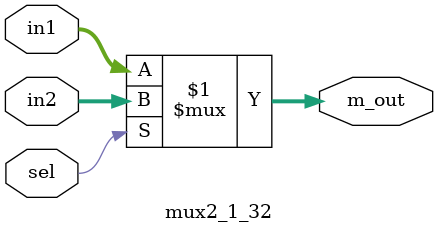
<source format=v>
module mux2_1_32(sel,in1,in2,m_out);
    input[31:0] in1,in2;
    input sel;
    output[31:0] m_out;
    assign m_out = sel ? in2 : in1;
endmodule
</source>
